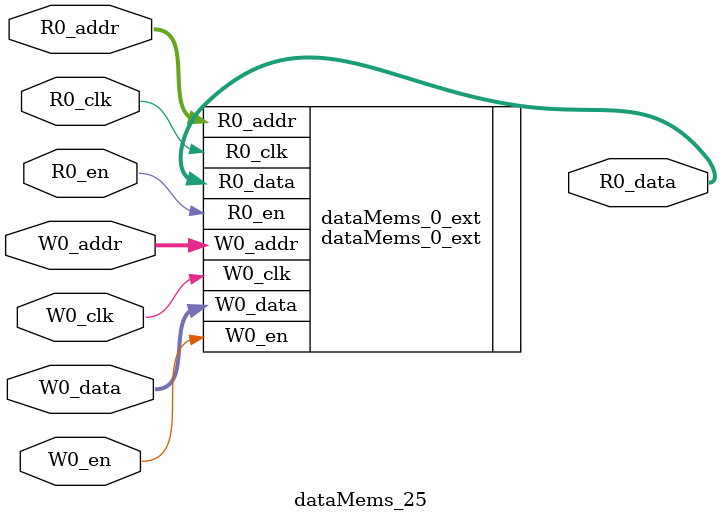
<source format=sv>
`ifndef RANDOMIZE
  `ifdef RANDOMIZE_REG_INIT
    `define RANDOMIZE
  `endif // RANDOMIZE_REG_INIT
`endif // not def RANDOMIZE
`ifndef RANDOMIZE
  `ifdef RANDOMIZE_MEM_INIT
    `define RANDOMIZE
  `endif // RANDOMIZE_MEM_INIT
`endif // not def RANDOMIZE

`ifndef RANDOM
  `define RANDOM $random
`endif // not def RANDOM

// Users can define 'PRINTF_COND' to add an extra gate to prints.
`ifndef PRINTF_COND_
  `ifdef PRINTF_COND
    `define PRINTF_COND_ (`PRINTF_COND)
  `else  // PRINTF_COND
    `define PRINTF_COND_ 1
  `endif // PRINTF_COND
`endif // not def PRINTF_COND_

// Users can define 'ASSERT_VERBOSE_COND' to add an extra gate to assert error printing.
`ifndef ASSERT_VERBOSE_COND_
  `ifdef ASSERT_VERBOSE_COND
    `define ASSERT_VERBOSE_COND_ (`ASSERT_VERBOSE_COND)
  `else  // ASSERT_VERBOSE_COND
    `define ASSERT_VERBOSE_COND_ 1
  `endif // ASSERT_VERBOSE_COND
`endif // not def ASSERT_VERBOSE_COND_

// Users can define 'STOP_COND' to add an extra gate to stop conditions.
`ifndef STOP_COND_
  `ifdef STOP_COND
    `define STOP_COND_ (`STOP_COND)
  `else  // STOP_COND
    `define STOP_COND_ 1
  `endif // STOP_COND
`endif // not def STOP_COND_

// Users can define INIT_RANDOM as general code that gets injected into the
// initializer block for modules with registers.
`ifndef INIT_RANDOM
  `define INIT_RANDOM
`endif // not def INIT_RANDOM

// If using random initialization, you can also define RANDOMIZE_DELAY to
// customize the delay used, otherwise 0.002 is used.
`ifndef RANDOMIZE_DELAY
  `define RANDOMIZE_DELAY 0.002
`endif // not def RANDOMIZE_DELAY

// Define INIT_RANDOM_PROLOG_ for use in our modules below.
`ifndef INIT_RANDOM_PROLOG_
  `ifdef RANDOMIZE
    `ifdef VERILATOR
      `define INIT_RANDOM_PROLOG_ `INIT_RANDOM
    `else  // VERILATOR
      `define INIT_RANDOM_PROLOG_ `INIT_RANDOM #`RANDOMIZE_DELAY begin end
    `endif // VERILATOR
  `else  // RANDOMIZE
    `define INIT_RANDOM_PROLOG_
  `endif // RANDOMIZE
`endif // not def INIT_RANDOM_PROLOG_

// Include register initializers in init blocks unless synthesis is set
`ifndef SYNTHESIS
  `ifndef ENABLE_INITIAL_REG_
    `define ENABLE_INITIAL_REG_
  `endif // not def ENABLE_INITIAL_REG_
`endif // not def SYNTHESIS

// Include rmemory initializers in init blocks unless synthesis is set
`ifndef SYNTHESIS
  `ifndef ENABLE_INITIAL_MEM_
    `define ENABLE_INITIAL_MEM_
  `endif // not def ENABLE_INITIAL_MEM_
`endif // not def SYNTHESIS

module dataMems_25(	// @[generators/ara/src/main/scala/UnsafeAXI4ToTL.scala:365:62]
  input  [4:0]   R0_addr,
  input          R0_en,
  input          R0_clk,
  output [130:0] R0_data,
  input  [4:0]   W0_addr,
  input          W0_en,
  input          W0_clk,
  input  [130:0] W0_data
);

  dataMems_0_ext dataMems_0_ext (	// @[generators/ara/src/main/scala/UnsafeAXI4ToTL.scala:365:62]
    .R0_addr (R0_addr),
    .R0_en   (R0_en),
    .R0_clk  (R0_clk),
    .R0_data (R0_data),
    .W0_addr (W0_addr),
    .W0_en   (W0_en),
    .W0_clk  (W0_clk),
    .W0_data (W0_data)
  );
endmodule


</source>
